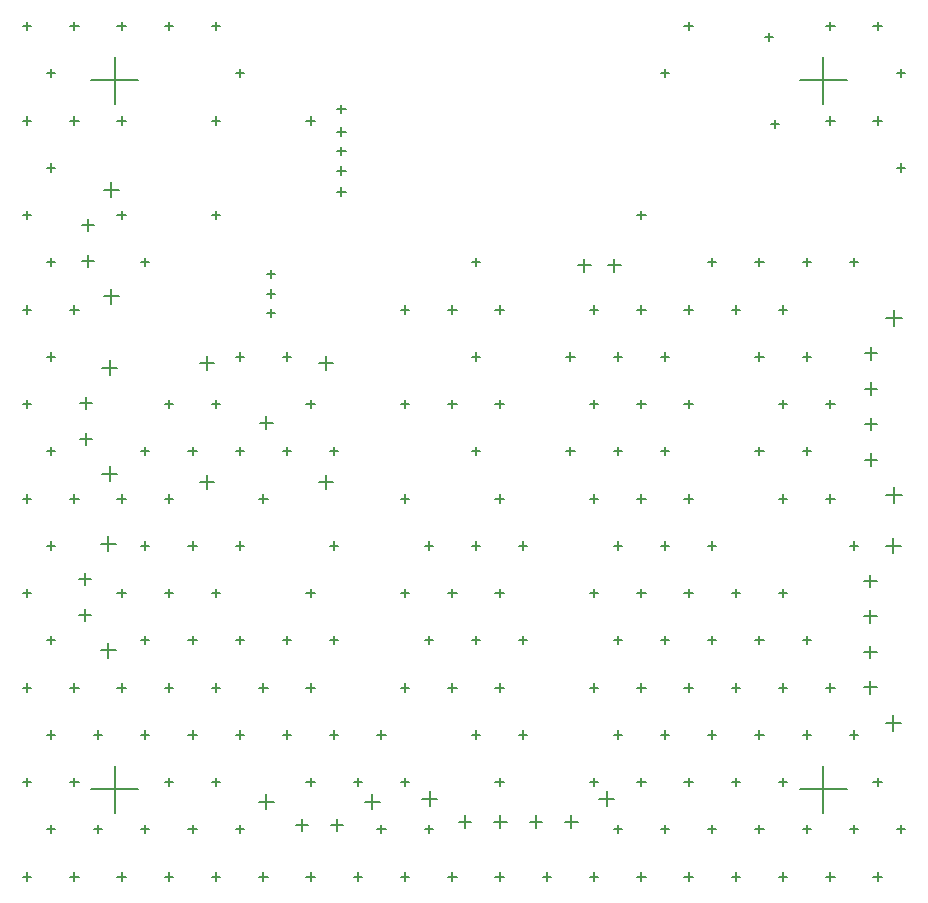
<source format=gbr>
%TF.GenerationSoftware,Altium Limited,Altium Designer,22.9.1 (49)*%
G04 Layer_Color=128*
%FSLAX23Y23*%
%MOIN*%
%TF.SameCoordinates,7E49B892-F471-4493-957F-970E4ADD815D*%
%TF.FilePolarity,Positive*%
%TF.FileFunction,Drillmap*%
%TF.Part,Single*%
G01*
G75*
%TA.AperFunction,NonConductor*%
%ADD59C,0.005*%
D59*
X2075Y2416D02*
X2122D01*
X2099Y2393D02*
Y2440D01*
X1678Y2416D02*
X1725D01*
X1701Y2393D02*
Y2440D01*
X2075Y2814D02*
X2122D01*
X2099Y2790D02*
Y2837D01*
X1678Y2814D02*
X1725D01*
X1701Y2790D02*
Y2837D01*
X1878Y2615D02*
X1922D01*
X1900Y2593D02*
Y2637D01*
X3892Y2087D02*
X3934D01*
X3913Y2066D02*
Y2108D01*
X3892Y1969D02*
X3934D01*
X3913Y1948D02*
Y1990D01*
X3892Y1851D02*
X3934D01*
X3913Y1830D02*
Y1872D01*
X3892Y1733D02*
X3934D01*
X3913Y1711D02*
Y1754D01*
X3964Y1614D02*
X4016D01*
X3990Y1588D02*
Y1640D01*
X3964Y2205D02*
X4016D01*
X3990Y2179D02*
Y2231D01*
X3894Y2846D02*
X3936D01*
X3915Y2825D02*
Y2867D01*
X3894Y2728D02*
X3936D01*
X3915Y2707D02*
Y2749D01*
X3894Y2610D02*
X3936D01*
X3915Y2589D02*
Y2631D01*
X3894Y2492D02*
X3936D01*
X3915Y2471D02*
Y2513D01*
X3966Y2374D02*
X4018D01*
X3992Y2348D02*
Y2400D01*
X3966Y2964D02*
X4018D01*
X3992Y2938D02*
Y2990D01*
X1352Y2798D02*
X1402D01*
X1377Y2773D02*
Y2823D01*
X1352Y2444D02*
X1402D01*
X1377Y2419D02*
Y2469D01*
X1280Y2680D02*
X1320D01*
X1300Y2660D02*
Y2700D01*
X1280Y2562D02*
X1320D01*
X1300Y2542D02*
Y2582D01*
X1874Y1352D02*
X1924D01*
X1899Y1327D02*
Y1377D01*
X2228Y1352D02*
X2278D01*
X2253Y1327D02*
Y1377D01*
X1997Y1275D02*
X2037D01*
X2017Y1255D02*
Y1295D01*
X2115Y1275D02*
X2155D01*
X2135Y1255D02*
Y1295D01*
X1357Y3391D02*
X1407D01*
X1382Y3366D02*
Y3416D01*
X1357Y3037D02*
X1407D01*
X1382Y3012D02*
Y3062D01*
X1285Y3273D02*
X1325D01*
X1305Y3253D02*
Y3293D01*
X1285Y3155D02*
X1325D01*
X1305Y3135D02*
Y3175D01*
X1347Y2211D02*
X1397D01*
X1372Y2186D02*
Y2236D01*
X1347Y1857D02*
X1397D01*
X1372Y1832D02*
Y1882D01*
X1275Y2093D02*
X1315D01*
X1295Y2073D02*
Y2113D01*
X1275Y1975D02*
X1315D01*
X1295Y1955D02*
Y1995D01*
X2418Y1362D02*
X2470D01*
X2444Y1336D02*
Y1388D01*
X3008Y1362D02*
X3060D01*
X3034Y1336D02*
Y1388D01*
X2895Y1285D02*
X2937D01*
X2916Y1264D02*
Y1306D01*
X2777Y1285D02*
X2819D01*
X2798Y1264D02*
Y1306D01*
X2659Y1285D02*
X2701D01*
X2680Y1264D02*
Y1306D01*
X2541Y1285D02*
X2583D01*
X2562Y1264D02*
Y1306D01*
X3038Y3140D02*
X3082D01*
X3060Y3118D02*
Y3162D01*
X2938Y3140D02*
X2982D01*
X2960Y3118D02*
Y3162D01*
X2033Y1417D02*
X2061D01*
X2047Y1403D02*
Y1431D01*
X2191Y1417D02*
X2219D01*
X2205Y1403D02*
Y1431D01*
X2269Y1260D02*
X2297D01*
X2283Y1246D02*
Y1274D01*
X2191Y1102D02*
X2219D01*
X2205Y1088D02*
Y1116D01*
X2033Y1102D02*
X2061D01*
X2047Y1088D02*
Y1116D01*
X1876Y1102D02*
X1904D01*
X1890Y1088D02*
Y1116D01*
X1797Y1260D02*
X1825D01*
X1811Y1246D02*
Y1274D01*
X3923Y3937D02*
X3951D01*
X3937Y3923D02*
Y3951D01*
X4002Y3780D02*
X4030D01*
X4016Y3766D02*
Y3794D01*
X3923Y3622D02*
X3951D01*
X3937Y3608D02*
Y3636D01*
X4002Y3465D02*
X4030D01*
X4016Y3451D02*
Y3479D01*
X3923Y1417D02*
X3951D01*
X3937Y1403D02*
Y1431D01*
X4002Y1260D02*
X4030D01*
X4016Y1246D02*
Y1274D01*
X3923Y1102D02*
X3951D01*
X3937Y1088D02*
Y1116D01*
X3766Y3937D02*
X3794D01*
X3780Y3923D02*
Y3951D01*
X3766Y3622D02*
X3794D01*
X3780Y3608D02*
Y3636D01*
X3844Y3150D02*
X3872D01*
X3858Y3136D02*
Y3164D01*
X3766Y2677D02*
X3794D01*
X3780Y2663D02*
Y2691D01*
X3766Y2362D02*
X3794D01*
X3780Y2348D02*
Y2376D01*
X3844Y2205D02*
X3872D01*
X3858Y2191D02*
Y2219D01*
X3766Y1732D02*
X3794D01*
X3780Y1718D02*
Y1746D01*
X3844Y1575D02*
X3872D01*
X3858Y1561D02*
Y1589D01*
X3844Y1260D02*
X3872D01*
X3858Y1246D02*
Y1274D01*
X3766Y1102D02*
X3794D01*
X3780Y1088D02*
Y1116D01*
X3687Y3150D02*
X3715D01*
X3701Y3136D02*
Y3164D01*
X3608Y2992D02*
X3636D01*
X3622Y2978D02*
Y3006D01*
X3687Y2835D02*
X3715D01*
X3701Y2821D02*
Y2849D01*
X3608Y2677D02*
X3636D01*
X3622Y2663D02*
Y2691D01*
X3687Y2520D02*
X3715D01*
X3701Y2506D02*
Y2534D01*
X3608Y2362D02*
X3636D01*
X3622Y2348D02*
Y2376D01*
X3608Y2047D02*
X3636D01*
X3622Y2033D02*
Y2061D01*
X3687Y1890D02*
X3715D01*
X3701Y1876D02*
Y1904D01*
X3608Y1732D02*
X3636D01*
X3622Y1718D02*
Y1746D01*
X3687Y1575D02*
X3715D01*
X3701Y1561D02*
Y1589D01*
X3608Y1417D02*
X3636D01*
X3622Y1403D02*
Y1431D01*
X3687Y1260D02*
X3715D01*
X3701Y1246D02*
Y1274D01*
X3608Y1102D02*
X3636D01*
X3622Y1088D02*
Y1116D01*
X3529Y3150D02*
X3557D01*
X3543Y3136D02*
Y3164D01*
X3451Y2992D02*
X3479D01*
X3465Y2978D02*
Y3006D01*
X3529Y2835D02*
X3557D01*
X3543Y2821D02*
Y2849D01*
X3529Y2520D02*
X3557D01*
X3543Y2506D02*
Y2534D01*
X3451Y2047D02*
X3479D01*
X3465Y2033D02*
Y2061D01*
X3529Y1890D02*
X3557D01*
X3543Y1876D02*
Y1904D01*
X3451Y1732D02*
X3479D01*
X3465Y1718D02*
Y1746D01*
X3529Y1575D02*
X3557D01*
X3543Y1561D02*
Y1589D01*
X3451Y1417D02*
X3479D01*
X3465Y1403D02*
Y1431D01*
X3529Y1260D02*
X3557D01*
X3543Y1246D02*
Y1274D01*
X3451Y1102D02*
X3479D01*
X3465Y1088D02*
Y1116D01*
X3293Y3937D02*
X3321D01*
X3307Y3923D02*
Y3951D01*
X3372Y3150D02*
X3400D01*
X3386Y3136D02*
Y3164D01*
X3293Y2992D02*
X3321D01*
X3307Y2978D02*
Y3006D01*
X3293Y2677D02*
X3321D01*
X3307Y2663D02*
Y2691D01*
X3293Y2362D02*
X3321D01*
X3307Y2348D02*
Y2376D01*
X3372Y2205D02*
X3400D01*
X3386Y2191D02*
Y2219D01*
X3293Y2047D02*
X3321D01*
X3307Y2033D02*
Y2061D01*
X3372Y1890D02*
X3400D01*
X3386Y1876D02*
Y1904D01*
X3293Y1732D02*
X3321D01*
X3307Y1718D02*
Y1746D01*
X3372Y1575D02*
X3400D01*
X3386Y1561D02*
Y1589D01*
X3293Y1417D02*
X3321D01*
X3307Y1403D02*
Y1431D01*
X3372Y1260D02*
X3400D01*
X3386Y1246D02*
Y1274D01*
X3293Y1102D02*
X3321D01*
X3307Y1088D02*
Y1116D01*
X3214Y3780D02*
X3242D01*
X3228Y3766D02*
Y3794D01*
X3136Y3307D02*
X3164D01*
X3150Y3293D02*
Y3321D01*
X3136Y2992D02*
X3164D01*
X3150Y2978D02*
Y3006D01*
X3214Y2835D02*
X3242D01*
X3228Y2821D02*
Y2849D01*
X3136Y2677D02*
X3164D01*
X3150Y2663D02*
Y2691D01*
X3214Y2520D02*
X3242D01*
X3228Y2506D02*
Y2534D01*
X3136Y2362D02*
X3164D01*
X3150Y2348D02*
Y2376D01*
X3214Y2205D02*
X3242D01*
X3228Y2191D02*
Y2219D01*
X3136Y2047D02*
X3164D01*
X3150Y2033D02*
Y2061D01*
X3214Y1890D02*
X3242D01*
X3228Y1876D02*
Y1904D01*
X3136Y1732D02*
X3164D01*
X3150Y1718D02*
Y1746D01*
X3214Y1575D02*
X3242D01*
X3228Y1561D02*
Y1589D01*
X3136Y1417D02*
X3164D01*
X3150Y1403D02*
Y1431D01*
X3214Y1260D02*
X3242D01*
X3228Y1246D02*
Y1274D01*
X3136Y1102D02*
X3164D01*
X3150Y1088D02*
Y1116D01*
X2978Y2992D02*
X3006D01*
X2992Y2978D02*
Y3006D01*
X3057Y2835D02*
X3085D01*
X3071Y2821D02*
Y2849D01*
X2978Y2677D02*
X3006D01*
X2992Y2663D02*
Y2691D01*
X3057Y2520D02*
X3085D01*
X3071Y2506D02*
Y2534D01*
X2978Y2362D02*
X3006D01*
X2992Y2348D02*
Y2376D01*
X3057Y2205D02*
X3085D01*
X3071Y2191D02*
Y2219D01*
X2978Y2047D02*
X3006D01*
X2992Y2033D02*
Y2061D01*
X3057Y1890D02*
X3085D01*
X3071Y1876D02*
Y1904D01*
X2978Y1732D02*
X3006D01*
X2992Y1718D02*
Y1746D01*
X3057Y1575D02*
X3085D01*
X3071Y1561D02*
Y1589D01*
X2978Y1417D02*
X3006D01*
X2992Y1403D02*
Y1431D01*
X3057Y1260D02*
X3085D01*
X3071Y1246D02*
Y1274D01*
X2978Y1102D02*
X3006D01*
X2992Y1088D02*
Y1116D01*
X2899Y2835D02*
X2927D01*
X2913Y2821D02*
Y2849D01*
X2899Y2520D02*
X2927D01*
X2913Y2506D02*
Y2534D01*
X2821Y1102D02*
X2849D01*
X2835Y1088D02*
Y1116D01*
X2663Y2992D02*
X2691D01*
X2677Y2978D02*
Y3006D01*
X2663Y2677D02*
X2691D01*
X2677Y2663D02*
Y2691D01*
X2663Y2362D02*
X2691D01*
X2677Y2348D02*
Y2376D01*
X2742Y2205D02*
X2770D01*
X2756Y2191D02*
Y2219D01*
X2663Y2047D02*
X2691D01*
X2677Y2033D02*
Y2061D01*
X2742Y1890D02*
X2770D01*
X2756Y1876D02*
Y1904D01*
X2663Y1732D02*
X2691D01*
X2677Y1718D02*
Y1746D01*
X2742Y1575D02*
X2770D01*
X2756Y1561D02*
Y1589D01*
X2663Y1417D02*
X2691D01*
X2677Y1403D02*
Y1431D01*
X2663Y1102D02*
X2691D01*
X2677Y1088D02*
Y1116D01*
X2584Y3150D02*
X2612D01*
X2598Y3136D02*
Y3164D01*
X2506Y2992D02*
X2534D01*
X2520Y2978D02*
Y3006D01*
X2584Y2835D02*
X2612D01*
X2598Y2821D02*
Y2849D01*
X2506Y2677D02*
X2534D01*
X2520Y2663D02*
Y2691D01*
X2584Y2520D02*
X2612D01*
X2598Y2506D02*
Y2534D01*
X2584Y2205D02*
X2612D01*
X2598Y2191D02*
Y2219D01*
X2506Y2047D02*
X2534D01*
X2520Y2033D02*
Y2061D01*
X2584Y1890D02*
X2612D01*
X2598Y1876D02*
Y1904D01*
X2506Y1732D02*
X2534D01*
X2520Y1718D02*
Y1746D01*
X2584Y1575D02*
X2612D01*
X2598Y1561D02*
Y1589D01*
X2506Y1102D02*
X2534D01*
X2520Y1088D02*
Y1116D01*
X2348Y2992D02*
X2376D01*
X2362Y2978D02*
Y3006D01*
X2348Y2677D02*
X2376D01*
X2362Y2663D02*
Y2691D01*
X2348Y2362D02*
X2376D01*
X2362Y2348D02*
Y2376D01*
X2427Y2205D02*
X2455D01*
X2441Y2191D02*
Y2219D01*
X2348Y2047D02*
X2376D01*
X2362Y2033D02*
Y2061D01*
X2427Y1890D02*
X2455D01*
X2441Y1876D02*
Y1904D01*
X2348Y1732D02*
X2376D01*
X2362Y1718D02*
Y1746D01*
X2348Y1417D02*
X2376D01*
X2362Y1403D02*
Y1431D01*
X2427Y1260D02*
X2455D01*
X2441Y1246D02*
Y1274D01*
X2348Y1102D02*
X2376D01*
X2362Y1088D02*
Y1116D01*
X2269Y1575D02*
X2297D01*
X2283Y1561D02*
Y1589D01*
X2033Y3622D02*
X2061D01*
X2047Y3608D02*
Y3636D01*
X2033Y2677D02*
X2061D01*
X2047Y2663D02*
Y2691D01*
X2112Y2520D02*
X2140D01*
X2126Y2506D02*
Y2534D01*
X2112Y2205D02*
X2140D01*
X2126Y2191D02*
Y2219D01*
X2033Y2047D02*
X2061D01*
X2047Y2033D02*
Y2061D01*
X2112Y1890D02*
X2140D01*
X2126Y1876D02*
Y1904D01*
X2033Y1732D02*
X2061D01*
X2047Y1718D02*
Y1746D01*
X2112Y1575D02*
X2140D01*
X2126Y1561D02*
Y1589D01*
X1955Y2835D02*
X1983D01*
X1969Y2821D02*
Y2849D01*
X1955Y2520D02*
X1983D01*
X1969Y2506D02*
Y2534D01*
X1876Y2362D02*
X1904D01*
X1890Y2348D02*
Y2376D01*
X1955Y1890D02*
X1983D01*
X1969Y1876D02*
Y1904D01*
X1876Y1732D02*
X1904D01*
X1890Y1718D02*
Y1746D01*
X1955Y1575D02*
X1983D01*
X1969Y1561D02*
Y1589D01*
X1718Y3937D02*
X1746D01*
X1732Y3923D02*
Y3951D01*
X1797Y3780D02*
X1825D01*
X1811Y3766D02*
Y3794D01*
X1718Y3622D02*
X1746D01*
X1732Y3608D02*
Y3636D01*
X1718Y3307D02*
X1746D01*
X1732Y3293D02*
Y3321D01*
X1797Y2835D02*
X1825D01*
X1811Y2821D02*
Y2849D01*
X1718Y2677D02*
X1746D01*
X1732Y2663D02*
Y2691D01*
X1797Y2520D02*
X1825D01*
X1811Y2506D02*
Y2534D01*
X1797Y2205D02*
X1825D01*
X1811Y2191D02*
Y2219D01*
X1718Y2047D02*
X1746D01*
X1732Y2033D02*
Y2061D01*
X1797Y1890D02*
X1825D01*
X1811Y1876D02*
Y1904D01*
X1718Y1732D02*
X1746D01*
X1732Y1718D02*
Y1746D01*
X1797Y1575D02*
X1825D01*
X1811Y1561D02*
Y1589D01*
X1718Y1417D02*
X1746D01*
X1732Y1403D02*
Y1431D01*
X1718Y1102D02*
X1746D01*
X1732Y1088D02*
Y1116D01*
X1561Y3937D02*
X1589D01*
X1575Y3923D02*
Y3951D01*
X1561Y2677D02*
X1589D01*
X1575Y2663D02*
Y2691D01*
X1640Y2520D02*
X1668D01*
X1654Y2506D02*
Y2534D01*
X1561Y2362D02*
X1589D01*
X1575Y2348D02*
Y2376D01*
X1640Y2205D02*
X1668D01*
X1654Y2191D02*
Y2219D01*
X1561Y2047D02*
X1589D01*
X1575Y2033D02*
Y2061D01*
X1640Y1890D02*
X1668D01*
X1654Y1876D02*
Y1904D01*
X1561Y1732D02*
X1589D01*
X1575Y1718D02*
Y1746D01*
X1640Y1575D02*
X1668D01*
X1654Y1561D02*
Y1589D01*
X1561Y1417D02*
X1589D01*
X1575Y1403D02*
Y1431D01*
X1640Y1260D02*
X1668D01*
X1654Y1246D02*
Y1274D01*
X1561Y1102D02*
X1589D01*
X1575Y1088D02*
Y1116D01*
X1403Y3937D02*
X1431D01*
X1417Y3923D02*
Y3951D01*
X1403Y3622D02*
X1431D01*
X1417Y3608D02*
Y3636D01*
X1403Y3307D02*
X1431D01*
X1417Y3293D02*
Y3321D01*
X1482Y3150D02*
X1510D01*
X1496Y3136D02*
Y3164D01*
X1482Y2520D02*
X1510D01*
X1496Y2506D02*
Y2534D01*
X1403Y2362D02*
X1431D01*
X1417Y2348D02*
Y2376D01*
X1482Y2205D02*
X1510D01*
X1496Y2191D02*
Y2219D01*
X1403Y2047D02*
X1431D01*
X1417Y2033D02*
Y2061D01*
X1482Y1890D02*
X1510D01*
X1496Y1876D02*
Y1904D01*
X1403Y1732D02*
X1431D01*
X1417Y1718D02*
Y1746D01*
X1482Y1575D02*
X1510D01*
X1496Y1561D02*
Y1589D01*
X1482Y1260D02*
X1510D01*
X1496Y1246D02*
Y1274D01*
X1403Y1102D02*
X1431D01*
X1417Y1088D02*
Y1116D01*
X1246Y3937D02*
X1274D01*
X1260Y3923D02*
Y3951D01*
X1246Y3622D02*
X1274D01*
X1260Y3608D02*
Y3636D01*
X1246Y2992D02*
X1274D01*
X1260Y2978D02*
Y3006D01*
X1246Y2362D02*
X1274D01*
X1260Y2348D02*
Y2376D01*
X1246Y1732D02*
X1274D01*
X1260Y1718D02*
Y1746D01*
X1325Y1575D02*
X1353D01*
X1339Y1561D02*
Y1589D01*
X1246Y1417D02*
X1274D01*
X1260Y1403D02*
Y1431D01*
X1325Y1260D02*
X1353D01*
X1339Y1246D02*
Y1274D01*
X1246Y1102D02*
X1274D01*
X1260Y1088D02*
Y1116D01*
X1088Y3937D02*
X1116D01*
X1102Y3923D02*
Y3951D01*
X1167Y3780D02*
X1195D01*
X1181Y3766D02*
Y3794D01*
X1088Y3622D02*
X1116D01*
X1102Y3608D02*
Y3636D01*
X1167Y3465D02*
X1195D01*
X1181Y3451D02*
Y3479D01*
X1088Y3307D02*
X1116D01*
X1102Y3293D02*
Y3321D01*
X1167Y3150D02*
X1195D01*
X1181Y3136D02*
Y3164D01*
X1088Y2992D02*
X1116D01*
X1102Y2978D02*
Y3006D01*
X1167Y2835D02*
X1195D01*
X1181Y2821D02*
Y2849D01*
X1088Y2677D02*
X1116D01*
X1102Y2663D02*
Y2691D01*
X1167Y2520D02*
X1195D01*
X1181Y2506D02*
Y2534D01*
X1088Y2362D02*
X1116D01*
X1102Y2348D02*
Y2376D01*
X1167Y2205D02*
X1195D01*
X1181Y2191D02*
Y2219D01*
X1088Y2047D02*
X1116D01*
X1102Y2033D02*
Y2061D01*
X1167Y1890D02*
X1195D01*
X1181Y1876D02*
Y1904D01*
X1088Y1732D02*
X1116D01*
X1102Y1718D02*
Y1746D01*
X1167Y1575D02*
X1195D01*
X1181Y1561D02*
Y1589D01*
X1088Y1417D02*
X1116D01*
X1102Y1403D02*
Y1431D01*
X1167Y1260D02*
X1195D01*
X1181Y1246D02*
Y1274D01*
X1088Y1102D02*
X1116D01*
X1102Y1088D02*
Y1116D01*
X3581Y3610D02*
X3609D01*
X3595Y3596D02*
Y3624D01*
X3561Y3900D02*
X3589D01*
X3575Y3886D02*
Y3914D01*
X2136Y3660D02*
X2164D01*
X2150Y3646D02*
Y3674D01*
X2136Y3585D02*
X2164D01*
X2150Y3571D02*
Y3599D01*
X2136Y3385D02*
X2164D01*
X2150Y3371D02*
Y3399D01*
X2136Y3455D02*
X2164D01*
X2150Y3441D02*
Y3469D01*
X2136Y3520D02*
X2164D01*
X2150Y3506D02*
Y3534D01*
X1901Y2980D02*
X1929D01*
X1915Y2966D02*
Y2994D01*
X1901Y3045D02*
X1929D01*
X1915Y3031D02*
Y3059D01*
X1901Y3110D02*
X1929D01*
X1915Y3096D02*
Y3124D01*
X1315Y1394D02*
X1472D01*
X1394Y1315D02*
Y1472D01*
X3678Y1394D02*
X3835D01*
X3756Y1315D02*
Y1472D01*
X3678Y3756D02*
X3835D01*
X3756Y3678D02*
Y3835D01*
X1315Y3756D02*
X1472D01*
X1394Y3678D02*
Y3835D01*
%TF.MD5,703e4f48acb6943a9dafb030aa5f97c9*%
M02*

</source>
